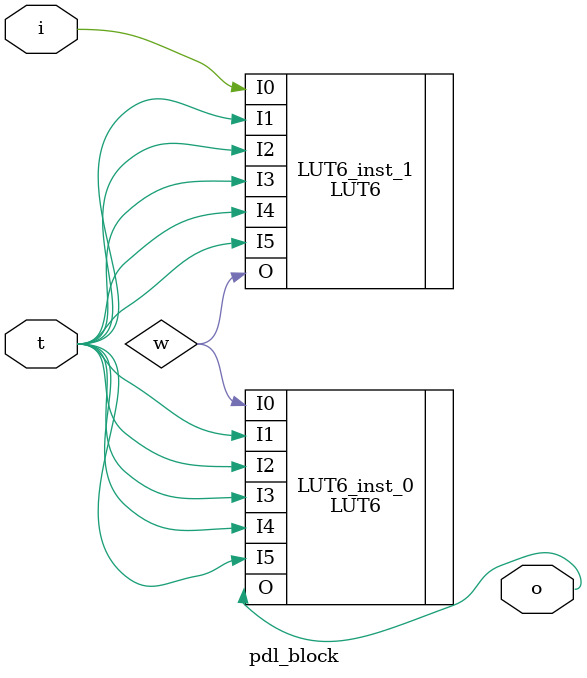
<source format=v>

`timescale 1ns / 1ps
`default_nettype none

module pdl_block(i,o,t);

(* KEEP = "TRUE" *) (* S = "TRUE" *) input i;
(* KEEP = "TRUE" *) (* S = "TRUE" *) input  t;
(* KEEP = "TRUE" *) (* S = "TRUE" *) output o;

(* KEEP = "TRUE" *) (* S = "TRUE" *) wire  w;
(* KEEP = "TRUE" *) (* S = "TRUE" *) wire  t;


(* BEL ="D6LUT" *) (* LOCK_PINS = "all" *)
LUT6 #(
	.INIT(64'h5655555555555555) // Specify LUT Contents
) LUT6_inst_1 (
	.O(w), // LUT general output
	.I0(i), // LUT input
	.I1(t), // LUT input
	.I2(t), // LUT input
	.I3(t), // LUT input
	.I4(t), // LUT input
	.I5(t) // LUT input
);
// End of LUT6_inst instantiation

(* BEL ="D6LUT" *) (* LOCK_PINS = "all" *)
LUT6 #(
	.INIT(64'h5655555555555555) // Specify LUT Contents
) LUT6_inst_0 (
	.O(o), // LUT general output
	.I0(w), // LUT input
	.I1(t), // LUT input
	.I2(t), // LUT input
	.I3(t), // LUT input
	.I4(t), // LUT input
	.I5(t) // LUT input
);
// End of LUT6_inst instantiation


endmodule
</source>
